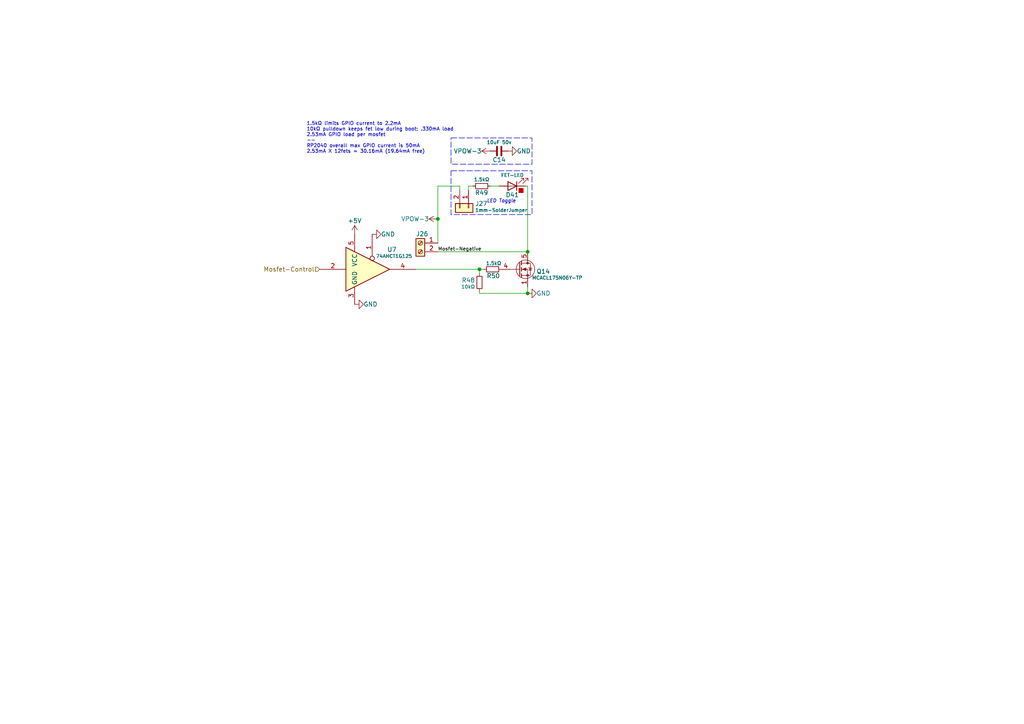
<source format=kicad_sch>
(kicad_sch (version 20250114) (generator "eeschema") (generator_version "9.0")
  (paper "A4")
  (lib_symbols
    (symbol "74xGxx:74AHCT1G125"
      (property "Reference" "U" (at -2.54 3.81 0))
      (property "Value" "74AHCT1G125" (at 0 -3.81 0))
      (symbol "74AHCT1G125_0_1"
        (polyline (pts (xy -7.62 6.35) (xy -7.62 -6.35) (xy 5.08 0) (xy -7.62 6.35)) (stroke (width 0.254)) (fill (type background)))
      )
      (symbol "74AHCT1G125_1_1"
        (pin input line (at -15.24 0 0) (length 7.62) (name "~") (number "2"))
        (pin power_in line (at -5.08 10.16 270) (length 5.08) (name "VCC") (number "5"))
        (pin power_in line (at -5.08 -10.16 90) (length 5.08) (name "GND") (number "3"))
        (pin input inverted (at 0 10.16 270) (length 7.62) (name "~") (number "1"))
        (pin tri_state line (at 12.7 0 180) (length 7.62) (name "~") (number "4"))
      )
    )
    (symbol "Connector:Screw_Terminal_01x02" (pin_names (offset 1.016) (hide yes))
      (property "Reference" "J" (at 0 2.54 0))
      (property "Value" "Screw_Terminal_01x02" (at 0 -5.08 0))
      (symbol "Screw_Terminal_01x02_1_1"
        (rectangle (start -1.27 1.27) (end 1.27 -3.81) (stroke (width 0.254)) (fill (type background)))
        (polyline (pts (xy -0.5334 0.3302) (xy 0.3302 -0.508)) (stroke (width 0.1524)))
        (polyline (pts (xy -0.5334 -2.2098) (xy 0.3302 -3.048)) (stroke (width 0.1524)))
        (polyline (pts (xy -0.3556 0.508) (xy 0.508 -0.3302)) (stroke (width 0.1524)))
        (polyline (pts (xy -0.3556 -2.032) (xy 0.508 -2.8702)) (stroke (width 0.1524)))
        (circle (center 0 0) (radius 0.635) (stroke (width 0.1524)))
        (circle (center 0 -2.54) (radius 0.635) (stroke (width 0.1524)))
        (pin passive line (at -5.08 0 0) (length 3.81) (name "Pin_1") (number "1"))
        (pin passive line (at -5.08 -2.54 0) (length 3.81) (name "Pin_2") (number "2"))
      )
    )
    (symbol "Connector_Generic:Conn_01x02" (pin_names (offset 1.016) (hide yes))
      (property "Reference" "J" (at 0 2.54 0))
      (property "Value" "Conn_01x02" (at 0 -5.08 0))
      (symbol "Conn_01x02_1_1"
        (rectangle (start -1.27 1.27) (end 1.27 -3.81) (stroke (width 0.254)) (fill (type background)))
        (rectangle (start -1.27 0.127) (end 0 -0.127) (stroke (width 0.1524)))
        (rectangle (start -1.27 -2.413) (end 0 -2.667) (stroke (width 0.1524)))
        (pin passive line (at -5.08 0 0) (length 3.81) (name "Pin_1") (number "1"))
        (pin passive line (at -5.08 -2.54 0) (length 3.81) (name "Pin_2") (number "2"))
      )
    )
    (symbol "Device:LED" (pin_numbers (hide yes)) (pin_names (offset 1.016) (hide yes))
      (property "Reference" "D" (at 0 2.54 0))
      (property "Value" "LED" (at 0 -2.54 0))
      (symbol "LED_0_1"
        (polyline (pts (xy -3.048 -0.762) (xy -4.572 -2.286) (xy -3.81 -2.286) (xy -4.572 -2.286) (xy -4.572 -1.524)))
        (polyline (pts (xy -1.778 -0.762) (xy -3.302 -2.286) (xy -2.54 -2.286) (xy -3.302 -2.286) (xy -3.302 -1.524)))
        (polyline (pts (xy -1.27 0) (xy 1.27 0)))
        (polyline (pts (xy -1.27 -1.27) (xy -1.27 1.27)) (stroke (width 0.254)))
        (polyline (pts (xy 1.27 -1.27) (xy 1.27 1.27) (xy -1.27 0) (xy 1.27 -1.27)) (stroke (width 0.254)))
      )
      (symbol "LED_1_1"
        (pin passive line (at -3.81 0 0) (length 2.54) (name "K") (number "1"))
        (pin passive line (at 3.81 0 180) (length 2.54) (name "A") (number "2"))
      )
    )
    (symbol "Device:R_Small" (pin_numbers (hide yes)) (pin_names (offset 0.254) (hide yes))
      (property "Reference" "R" (at 0.762 0.508 0))
      (property "Value" "R_Small" (at 0.762 -1.016 0))
      (symbol "R_Small_0_1"
        (rectangle (start -0.762 1.778) (end 0.762 -1.778) (stroke (width 0.2032)))
      )
      (symbol "R_Small_1_1"
        (pin passive line (at 0 2.54 270) (length 0.762) (name "~") (number "1"))
        (pin passive line (at 0 -2.54 90) (length 0.762) (name "~") (number "2"))
      )
    )
    (symbol "Duet3:C_SMALL" (pin_numbers (hide yes)) (pin_names (offset 0.254))
      (property "Reference" "C" (at 0.635 1.905 0))
      (property "Value" "C_SMALL" (at 0 -1.905 0))
      (symbol "C_SMALL_0_1"
        (polyline (pts (xy -1.27 0.635) (xy 1.27 0.635)) (stroke (width 0.508)))
        (polyline (pts (xy -1.27 -0.635) (xy 1.27 -0.635)) (stroke (width 0.508)))
      )
      (symbol "C_SMALL_1_1"
        (pin passive line (at 0 2.54 270) (length 1.905) (name "~") (number "1"))
        (pin passive line (at 0 -2.54 90) (length 1.905) (name "~") (number "2"))
      )
    )
    (symbol "Duet3:TPH11006NL" (pin_names (offset 0) (hide yes))
      (property "Reference" "Q17" (at 4.0132 1.4478 0))
      (property "Value" "TPH11006NL" (at -12.065 4.445 0))
      (property "Part Number" "DMT6017LFV" (at 4.0132 -2.3114 0))
      (symbol "TPH11006NL_0_1"
        (polyline (pts (xy -3.81 0) (xy -1.016 0)))
        (polyline (pts (xy -1.016 1.905) (xy -1.016 -1.905) (xy -1.016 -1.905)) (stroke (width 0.254)))
        (polyline (pts (xy -0.508 2.286) (xy -0.508 1.27)) (stroke (width 0.254)))
        (polyline (pts (xy -0.508 1.778) (xy 1.27 1.778)))
        (polyline (pts (xy -0.508 0.508) (xy -0.508 -0.508)) (stroke (width 0.254)))
        (polyline (pts (xy -0.508 0) (xy 1.27 0)))
        (polyline (pts (xy -0.508 -1.27) (xy -0.508 -2.286)) (stroke (width 0.254)))
        (polyline (pts (xy -0.508 -1.778) (xy 1.27 -1.778)))
        (polyline (pts (xy -0.2032 0) (xy 0.8128 -0.381) (xy 0.8128 0.381) (xy -0.2032 0)) (fill (type outline)))
        (circle (center 0.635 0) (radius 2.6924))
        (polyline (pts (xy 1.27 2.54) (xy 1.27 1.778)))
        (circle (center 1.27 1.778) (radius 0.2794) (fill (type outline)))
        (polyline (pts (xy 1.27 -1.778) (xy 1.27 0)))
        (polyline (pts (xy 1.27 -1.778) (xy 1.27 -2.54)))
        (polyline (pts (xy 1.27 -1.778) (xy 2.032 -1.778) (xy 2.032 1.778) (xy 1.27 1.778)))
        (circle (center 1.27 -1.778) (radius 0.2794) (fill (type outline)))
        (polyline (pts (xy 1.524 0.508) (xy 1.651 0.381) (xy 2.413 0.381) (xy 2.54 0.254)))
        (polyline (pts (xy 2.032 0.381) (xy 1.651 -0.254) (xy 2.413 -0.254) (xy 2.032 0.381)))
      )
      (symbol "TPH11006NL_1_1"
        (pin passive line (at -6.35 0 0) (length 2.54) (name "G") (number "4"))
        (pin passive line (at 1.27 5.08 270) (length 2.54) (name "D") (number "5"))
        (pin passive line (at 1.27 -5.08 90) (length 2.54) (name "S") (number "1"))
        (pin passive line (at 1.27 -5.08 90) (length 2.54) (hide yes) (name "S") (number "2"))
        (pin passive line (at 1.27 -5.08 90) (length 2.54) (hide yes) (name "S") (number "3"))
      )
    )
    (symbol "power:+12V" (power) (pin_numbers (hide yes)) (pin_names (offset 0) (hide yes))
      (property "Value" "+12V" (at 0 3.556 0))
      (symbol "+12V_0_1"
        (polyline (pts (xy -0.762 1.27) (xy 0 2.54)))
        (polyline (pts (xy 0 2.54) (xy 0.762 1.27)))
        (polyline (pts (xy 0 0) (xy 0 2.54)))
      )
      (symbol "+12V_1_1"
        (pin power_in line (at 0 0 90) (length 0) (name "~") (number "1"))
      )
    )
    (symbol "power:+5V" (power) (pin_numbers (hide yes)) (pin_names (offset 0) (hide yes))
      (property "Value" "+5V" (at 0 3.556 0))
      (symbol "+5V_0_1"
        (polyline (pts (xy -0.762 1.27) (xy 0 2.54)))
        (polyline (pts (xy 0 2.54) (xy 0.762 1.27)))
        (polyline (pts (xy 0 0) (xy 0 2.54)))
      )
      (symbol "+5V_1_1"
        (pin power_in line (at 0 0 90) (length 0) (name "~") (number "1"))
      )
    )
    (symbol "power:GND" (power) (pin_numbers (hide yes)) (pin_names (offset 0) (hide yes))
      (property "Value" "GND" (at 0 -3.81 0))
      (symbol "GND_0_1"
        (polyline (pts (xy 0 0) (xy 0 -1.27) (xy 1.27 -1.27) (xy 0 -2.54) (xy -1.27 -1.27) (xy 0 -1.27)))
      )
      (symbol "GND_1_1"
        (pin power_in line (at 0 0 270) (length 0) (name "~") (number "1"))
      )
    )
  )
  (rectangle (start 130.81 49.53) (end 154.305 62.23) (stroke (width 0) (type dash)))
  (rectangle (start 150.495 54.61) (end 151.765 55.88) (stroke (width 0) (color 194 0 0 1)) (fill (type color) (color 194 0 0 1)))
  (rectangle (start 130.81 40.005) (end 154.305 47.625) (stroke (width 0) (type dash)))
  (text "LED Toggle" (at 145.415 58.42 0) (effects (font (size 1 1) (italic yes))))
  (text "1.5kΩ limits GPIO current to 2.2mA\n10kΩ pulldown keeps fet low during boot; .330mA load\n2.53mA GPIO load per mosfet\n--\nRP2040 overall max GPIO current is 50mA\n2.53mA X 12fets = 30.16mA (19.64mA free)\n" (at 88.9 40.005 0) (effects (font (size 1 1)) (justify left)))
  (junction (at 153.035 85.09))
  (junction (at 139.065 78.105))
  (junction (at 127 63.5))
  (junction (at 153.035 73.025))
  (wire (pts (xy 139.065 78.105) (xy 140.335 78.105)))
  (wire (pts (xy 139.065 78.105) (xy 139.065 79.375)))
  (wire (pts (xy 127 53.975) (xy 127 63.5)))
  (wire (pts (xy 120.65 78.105) (xy 139.065 78.105)))
  (wire (pts (xy 127 73.025) (xy 153.035 73.025)))
  (wire (pts (xy 153.035 83.185) (xy 153.035 85.09)))
  (wire (pts (xy 133.35 53.975) (xy 133.35 55.245)))
  (wire (pts (xy 153.035 85.09) (xy 139.065 85.09)))
  (wire (pts (xy 153.035 53.975) (xy 152.4 53.975)))
  (wire (pts (xy 137.16 53.975) (xy 135.89 53.975)))
  (wire (pts (xy 139.065 85.09) (xy 139.065 84.455)))
  (wire (pts (xy 142.24 53.975) (xy 144.78 53.975)))
  (wire (pts (xy 135.89 53.975) (xy 135.89 55.245)))
  (wire (pts (xy 127 53.975) (xy 133.35 53.975)))
  (wire (pts (xy 127 63.5) (xy 127 70.485)))
  (wire (pts (xy 153.035 53.975) (xy 153.035 73.025)))
  (label "Mosfet-Negative" (at 127 73.025 0) (effects (font (size 1 1))))
  (hierarchical_label "Mosfet-Control" (shape input) (at 92.71 78.105 180))
  (symbol (lib_id "Duet3:TPH11006NL") (at 151.765 78.105 0) (unit 1)
    (property "Reference" "Q14" (at 155.575 78.74 0) (effects (justify left)))
    (property "Value" "MCACL175N06Y-TP" (at 154.305 80.01 0) (effects (font (size 1 1)) (justify left top)))
    (property "Footprint" "CustomFootprints:POWERDFN_DFN5060" (effects (hide yes)))
    (property "Datasheet" "https://www.lcsc.com/datasheet/lcsc_datasheet_2504101957_MCC-Micro-Commercial-Components-MCACL175N06Y-TP_C6300518.pdf" (effects (hide yes)))
    (property "Part Number" "MCACL175N06Y-TP" (effects (hide yes)))
    (property "Mouser" "833-MCACL175N06Y-TP " (effects (hide yes)))
    (instances (project "StrataFet" (path "" (reference "Q14") (unit 1)) (path "" (reference "Q13") (unit 1))))
  )
  (symbol (lib_id "Device:R_Small") (at 139.065 81.915 0) (unit 1)
    (property "Reference" "R48" (at 137.795 81.28 0) (effects (justify right)))
    (property "Value" "10kΩ" (at 137.795 83.185 0) (effects (font (size 1 1)) (justify right)))
    (property "Footprint" "PCM_Resistor_SMD_AKL:R_0402_1005Metric" (effects (hide yes)))
    (property "LCSC" "C25744" (effects (hide yes)))
    (instances (project "StrataFet" (path "" (reference "R48") (unit 1)) (path "" (reference "R1") (unit 1))))
  )
  (symbol (lib_id "74xGxx:74AHCT1G125") (at 107.95 78.105 0) (unit 1)
    (property "Reference" "U7" (at 113.665 72.39 0))
    (property "Value" "74AHCT1G125" (at 114.3 74.295 0) (effects (font (size 1 1))))
    (property "Footprint" "PCM_Package_TO_SOT_SMD_AKL:SOT-353_SC-70-5" (effects (hide yes)))
    (property "Datasheet" "http://www.ti.com/lit/sg/scyt129e/scyt129e.pdf" (effects (hide yes)))
    (property "Description" "Single Buffer Gate Tri-State, Low-Voltage CMOS" (effects (hide yes)))
    (property "LCSC" "C151417" (effects (hide yes)))
    (instances (project "StrataFet" (path "" (reference "U7") (unit 1)) (path "" (reference "U6") (unit 1))))
  )
  (symbol (lib_id "power:+12V") (at 142.24 43.815 90) (mirror x) (unit 1)
    (property "Reference" "#PWR0130" (effects (hide yes)))
    (property "Value" "VPOW-3" (at 139.7 43.815 90) (effects (justify left)))
    (property "Description" "Power symbol creates a global label with name \"+12V\"" (effects (hide yes)))
    (instances (project "StrataFet" (path "" (reference "#PWR0130") (unit 1)) (path "" (reference "#PWR0131") (unit 1))))
  )
  (symbol (lib_id "power:+12V") (at 127 63.5 90) (mirror x) (unit 1)
    (property "Reference" "#PWR0128" (effects (hide yes)))
    (property "Value" "VPOW-3" (at 124.46 63.5 90) (effects (justify left)))
    (property "Description" "Power symbol creates a global label with name \"+12V\"" (effects (hide yes)))
    (instances (project "StrataFet" (path "" (reference "#PWR0128") (unit 1)) (path "" (reference "#PWR0129") (unit 1))))
  )
  (symbol (lib_id "power:GND") (at 107.95 67.945 90) (unit 1)
    (property "Reference" "#PWR0122" (effects (hide yes)))
    (property "Value" "GND" (at 110.49 67.945 90) (effects (justify right)))
    (property "Description" "Power symbol creates a global label with name \"GND\" , ground" (effects (hide yes)))
    (instances (project "StrataFet" (path "" (reference "#PWR0122") (unit 1)) (path "" (reference "#PWR0133") (unit 1))))
  )
  (symbol (lib_id "Device:R_Small") (at 139.7 53.975 270) (unit 1)
    (property "Reference" "R49" (at 139.7 55.88 90))
    (property "Value" "1.5kΩ" (at 139.7 52.07 90) (effects (font (size 1 1))))
    (property "Footprint" "PCM_Resistor_SMD_AKL:R_0402_1005Metric" (effects (hide yes)))
    (property "LCSC" "C25867" (effects (hide yes)))
    (instances (project "StrataFet" (path "" (reference "R49") (unit 1)) (path "" (reference "R2") (unit 1))))
  )
  (symbol (lib_id "Connector_Generic:Conn_01x02") (at 135.89 60.325 270) (unit 1)
    (property "Reference" "J27" (at 137.795 59.055 90) (effects (justify left)))
    (property "Value" "1mm-SolderJumper" (at 137.795 60.96 90) (effects (font (size 1 1)) (justify left)))
    (property "Footprint" "Jumper:SolderJumper-2_P1.3mm_Bridged_Pad1.0x1.5mm" (effects (hide yes)))
    (property "Description" "Generic connector, single row, 01x02, script generated (kicad-library-utils/schlib/autogen/connector/)" (effects (hide yes)))
    (instances (project "StrataFet" (path "" (reference "J27") (unit 1)) (path "" (reference "J24") (unit 1))))
  )
  (symbol (lib_id "power:GND") (at 147.32 43.815 90) (unit 1)
    (property "Reference" "#PWR0124" (effects (hide yes)))
    (property "Value" "GND" (at 149.86 43.815 90) (effects (justify right)))
    (property "Description" "Power symbol creates a global label with name \"GND\" , ground" (effects (hide yes)))
    (instances (project "StrataFet" (path "" (reference "#PWR0124") (unit 1)) (path "" (reference "#PWR0120") (unit 1))))
  )
  (symbol (lib_id "Connector:Screw_Terminal_01x02") (at 121.92 70.485 0) (mirror y) (unit 1)
    (property "Reference" "J26" (at 120.65 68.58 0) (effects (justify right bottom)))
    (property "Value" "Screw_Terminal_01x02" (effects (hide yes)))
    (property "Footprint" "TerminalBlock_Phoenix:TerminalBlock_Phoenix_MKDS-3-2-5.08_1x02_P5.08mm_Horizontal" (effects (hide yes)))
    (property "LCSC" "C5188485" (effects (hide yes)))
    (instances (project "StrataFet" (path "" (reference "J26") (unit 1)) (path "" (reference "J23") (unit 1))))
  )
  (symbol (lib_id "power:GND") (at 102.87 88.265 90) (unit 1)
    (property "Reference" "#PWR0119" (effects (hide yes)))
    (property "Value" "GND" (at 105.41 88.265 90) (effects (justify right)))
    (property "Description" "Power symbol creates a global label with name \"GND\" , ground" (effects (hide yes)))
    (instances (project "StrataFet" (path "" (reference "#PWR0119") (unit 1)) (path "" (reference "#PWR0132") (unit 1))))
  )
  (symbol (lib_id "Device:R_Small") (at 142.875 78.105 270) (unit 1)
    (property "Reference" "R50" (at 143.0782 80.01 90))
    (property "Value" "1.5kΩ" (at 143.1798 76.3778 90) (effects (font (size 1 1))))
    (property "Footprint" "PCM_Resistor_SMD_AKL:R_0402_1005Metric" (effects (hide yes)))
    (property "LCSC" "C25867" (effects (hide yes)))
    (instances (project "StrataFet" (path "" (reference "R50") (unit 1)) (path "" (reference "R47") (unit 1))))
  )
  (symbol (lib_id "Duet3:C_SMALL") (at 144.78 43.815 90) (unit 1)
    (property "Reference" "C14" (at 144.78 46.355 90))
    (property "Value" "10uF 50v" (at 144.78 41.275 90) (effects (font (size 1 1))))
    (property "Footprint" "Capacitor_SMD:C_1206_3216Metric" (effects (hide yes)))
    (property "Part Number" "CL31A106KBHNNNE" (effects (hide yes)))
    (property "LCSC" "C13585" (effects (hide yes)))
    (instances (project "StrataFet" (path "" (reference "C14") (unit 1)) (path "" (reference "C13") (unit 1))))
  )
  (symbol (lib_id "Device:LED") (at 148.59 53.975 180) (unit 1)
    (property "Reference" "D41" (at 148.59 56.515 0))
    (property "Value" "FET-LED" (at 148.59 50.8 0) (effects (font (size 1 1))))
    (property "Footprint" "LED_SMD:LED_0603_1608Metric" (effects (hide yes)))
    (property "Description" "Red, 20mA, 2v Forward V, 30mA Foward A - 750ohm Reccomended" (effects (hide yes)))
    (property "LCSC" "C965799" (effects (hide yes)))
    (instances (project "StrataFet" (path "" (reference "D41") (unit 1)) (path "" (reference "D40") (unit 1))))
  )
  (symbol (lib_id "power:+5V") (at 102.87 67.945 0) (unit 1)
    (property "Reference" "#PWR098" (effects (hide yes)))
    (property "Value" "+5V" (at 102.87 64.77 0) (effects (justify bottom)))
    (property "Description" "Power symbol creates a global label with name \"+5V\"" (effects (hide yes)))
    (instances (project "StrataFet" (path "" (reference "#PWR098") (unit 1)) (path "" (reference "#PWR0123") (unit 1))))
  )
  (symbol (lib_id "power:GND") (at 153.035 85.09 90) (unit 1)
    (property "Reference" "#PWR0125" (effects (hide yes)))
    (property "Value" "GND" (at 155.575 85.09 90) (effects (justify right)))
    (property "Description" "Power symbol creates a global label with name \"GND\" , ground" (effects (hide yes)))
    (instances (project "StrataFet" (path "" (reference "#PWR0125") (unit 1)) (path "" (reference "#PWR0121") (unit 1))))
  )
)
</source>
